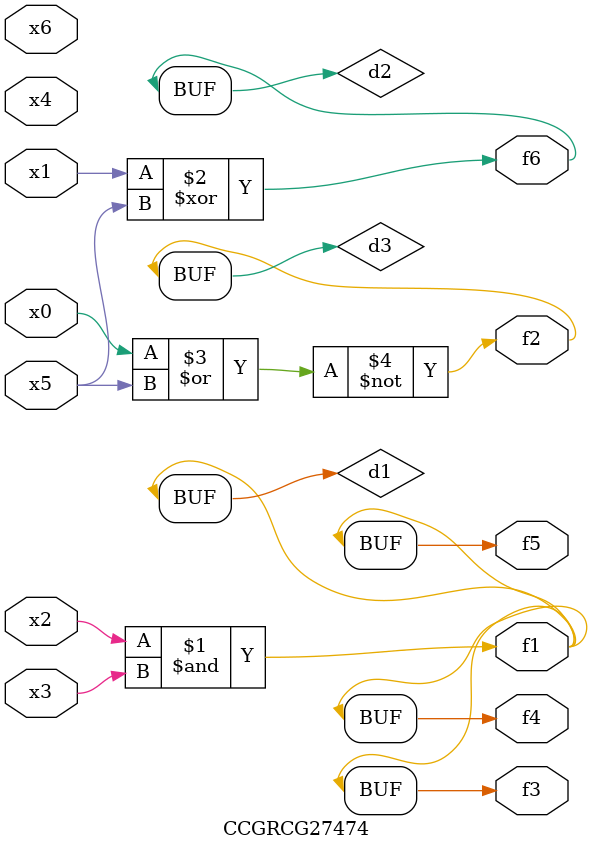
<source format=v>
module CCGRCG27474(
	input x0, x1, x2, x3, x4, x5, x6,
	output f1, f2, f3, f4, f5, f6
);

	wire d1, d2, d3;

	and (d1, x2, x3);
	xor (d2, x1, x5);
	nor (d3, x0, x5);
	assign f1 = d1;
	assign f2 = d3;
	assign f3 = d1;
	assign f4 = d1;
	assign f5 = d1;
	assign f6 = d2;
endmodule

</source>
